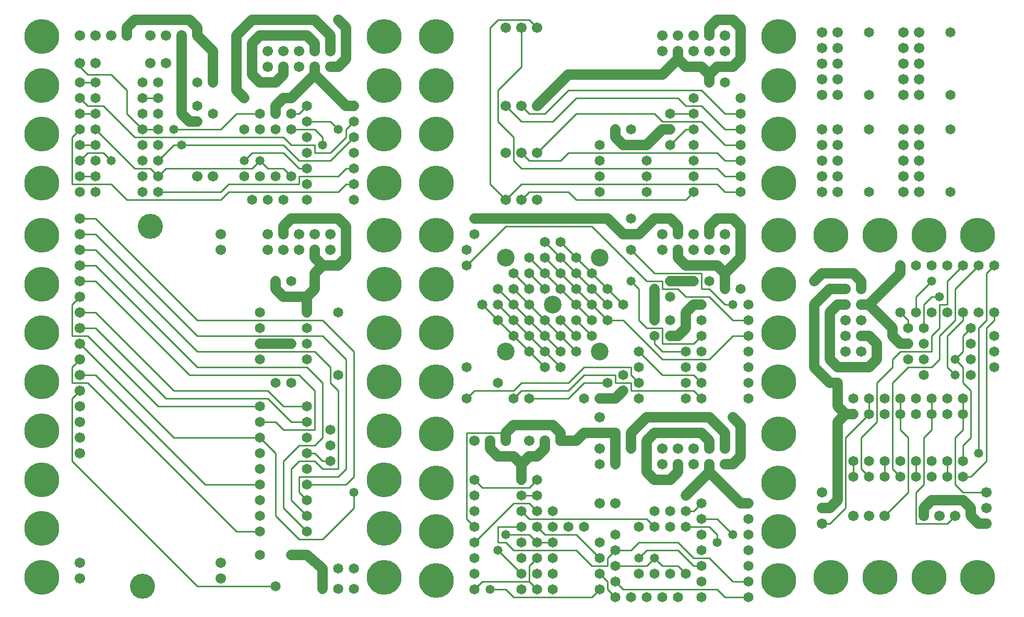
<source format=gtl>
%MOIN*%
%FSLAX25Y25*%
G04 D10 used for Character Trace; *
G04     Circle (OD=.01000) (No hole)*
G04 D11 used for Power Trace; *
G04     Circle (OD=.06500) (No hole)*
G04 D12 used for Signal Trace; *
G04     Circle (OD=.01100) (No hole)*
G04 D13 used for Via; *
G04     Circle (OD=.05800) (Round. Hole ID=.02800)*
G04 D14 used for Component hole; *
G04     Circle (OD=.06500) (Round. Hole ID=.03500)*
G04 D15 used for Component hole; *
G04     Circle (OD=.06700) (Round. Hole ID=.04300)*
G04 D16 used for Component hole; *
G04     Circle (OD=.08100) (Round. Hole ID=.05100)*
G04 D17 used for Component hole; *
G04     Circle (OD=.08900) (Round. Hole ID=.05900)*
G04 D18 used for Component hole; *
G04     Circle (OD=.11300) (Round. Hole ID=.08300)*
G04 D19 used for Component hole; *
G04     Circle (OD=.16000) (Round. Hole ID=.13000)*
G04 D20 used for Component hole; *
G04     Circle (OD=.18300) (Round. Hole ID=.15300)*
G04 D21 used for Component hole; *
G04     Circle (OD=.22291) (Round. Hole ID=.19291)*
%ADD10C,.01000*%
%ADD11C,.06500*%
%ADD12C,.01100*%
%ADD13C,.05800*%
%ADD14C,.06500*%
%ADD15C,.06700*%
%ADD16C,.08100*%
%ADD17C,.08900*%
%ADD18C,.11300*%
%ADD19C,.16000*%
%ADD20C,.18300*%
%ADD21C,.22291*%
%IPPOS*%
%LPD*%
G90*X0Y2000D02*D21*X15625Y17625D03*D15*           
X40000Y17000D03*Y27000D03*D21*X15625Y48875D03*    
Y80125D03*D19*X80000Y12000D03*D12*                
X35000Y132000D02*Y92000D01*Y132000D02*            
X40000Y137000D01*D15*D03*D12*X35000Y142000D02*    
X45000D01*X35000Y152000D02*Y142000D01*Y152000D02* 
X40000Y157000D01*D15*D03*D12*Y147000D02*X50000D01*
D15*X40000D03*D12*X45000Y142000D02*               
X140000Y47000D01*X155000D01*D14*D03*D12*          
X165000Y97000D02*Y57000D01*X155000Y107000D02*     
X165000Y97000D01*D14*X155000Y107000D03*D12*       
X100000D01*X40000Y167000D01*D15*D03*D12*          
X35000Y172000D02*X45000D01*X35000Y192000D02*      
Y172000D01*Y192000D02*X40000Y197000D01*D15*D03*   
D12*Y187000D02*X50000D01*D15*X40000D03*D12*       
Y177000D02*X50000D01*D15*X40000D03*D12*           
X45000Y172000D02*X90000Y127000D01*X155000D01*D14* 
D03*D12*X95000Y132000D02*X160000D01*              
X50000Y177000D02*X95000Y132000D01*                
X50000Y187000D02*X100000Y137000D01*X160000D01*    
X170000Y127000D01*X185000D01*D14*D03*D12*         
X160000Y132000D02*X175000Y117000D01*D14*          
X165000Y142000D03*D12*X175000Y117000D02*          
X185000D01*D14*D03*D12*X170000Y112000D02*         
X190000D01*X165000Y117000D02*X170000Y112000D01*   
X155000Y117000D02*X165000D01*D14*X155000D03*      
Y97000D03*D12*X175000Y87000D02*X180000Y92000D01*  
X175000Y87000D02*Y67000D01*X185000Y57000D01*D14*  
D03*Y67000D03*D12*X180000Y72000D01*Y82000D01*     
X205000D01*X210000Y87000D01*Y157000D01*           
X195000Y172000D01*X115000D01*X50000Y237000D01*    
X40000D01*D15*D03*D12*Y227000D02*X50000D01*D15*   
X40000D03*D12*Y217000D02*X50000D01*D15*X40000D03* 
D12*Y207000D02*X50000D01*D15*X40000D03*D12*       
X50000Y217000D02*X115000Y152000D01*X185000D01*    
X195000Y142000D01*Y107000D01*X190000Y102000D01*   
X180000D01*X170000Y92000D01*Y62000D01*            
X185000Y47000D01*D14*D03*D12*X165000Y57000D02*    
X180000Y42000D01*D14*X155000Y67000D03*Y57000D03*  
D12*X180000Y42000D02*X195000D01*X215000Y62000D01* 
Y72000D01*D13*D03*D12*X185000Y77000D02*X210000D01*
D14*X185000D03*D12*X190000Y92000D02*              
X195000Y87000D01*X180000Y92000D02*X190000D01*D14* 
X185000Y87000D03*Y97000D03*D12*X190000D01*        
X195000Y92000D01*X200000D01*D14*D03*D12*          
X195000Y87000D02*X205000D01*Y137000D01*           
X200000Y142000D01*Y152000D01*X190000Y162000D01*   
X115000D01*X50000Y227000D01*X40000Y247000D02*     
X50000D01*D15*X40000D03*D12*X50000D02*            
X115000Y182000D01*X195000D01*X215000Y162000D01*   
Y82000D01*X210000Y77000D01*D21*X234375Y80125D03*  
D14*X200000Y102000D03*X185000Y107000D03*D21*      
X234375Y48875D03*Y111375D03*D14*X200000Y112000D03*
D12*X190000Y137000D02*Y112000D01*                 
X180000Y147000D02*X190000Y137000D01*              
X110000Y147000D02*X180000D01*X50000Y207000D02*    
X110000Y147000D01*D19*X85000Y242000D03*D21*       
X15625Y173875D03*Y236375D03*Y205125D03*D12*       
X50000Y147000D02*X120000Y77000D01*X155000D01*D14* 
D03*Y87000D03*Y32000D03*X175000D03*D11*X185000D01*
X195000Y23500D01*D14*D03*D11*Y10500D01*D14*D03*   
X205000Y23500D03*Y10500D03*X215000D03*Y23500D03*  
X165000Y12000D03*D12*X115000D01*X35000Y92000D01*  
D15*X40000Y97000D03*Y107000D03*D21*               
X15625Y111375D03*D15*X40000Y117000D03*Y127000D03* 
D21*X15625Y142625D03*D15*X130000Y17000D03*        
Y27000D03*D14*X155000Y157000D03*Y167000D03*D11*   
X175000D01*D13*D03*D14*X185000Y157000D03*         
Y177000D03*Y167000D03*X155000Y187000D03*          
X185000D03*D11*Y197000D01*X170000D01*             
X165000Y202000D01*Y207000D01*D14*D03*X175000D03*  
D15*X180000Y227000D03*D11*X185000Y197000D02*      
X190000Y202000D01*Y212000D01*X195000Y217000D01*   
X190000Y222000D01*Y227000D01*D15*D03*             
X200000Y237000D03*X180000D03*X200000Y227000D03*   
X190000Y237000D03*D11*X195000Y217000D02*          
X205000D01*X210000Y222000D01*Y242000D01*          
X205000Y247000D01*X175000D01*X170000Y242000D01*   
Y237000D01*D15*D03*X160000Y227000D03*Y237000D03*  
X170000Y227000D03*X130000Y237000D03*Y227000D03*   
D14*X205000Y187000D03*X155000Y177000D03*D21*      
X234375Y173875D03*Y205125D03*Y236375D03*D14*      
X205000Y147000D03*X175000Y142000D03*D21*          
X234375Y142625D03*Y17625D03*G90*X2000Y0D02*       
X267625Y15625D03*Y46875D03*Y78125D03*Y109375D03*  
D12*X287000Y110000D02*Y55000D01*Y110000D02*       
X312000D01*D11*Y105000D01*D15*D03*D11*Y110000D02* 
X317000Y115000D01*X342000D01*X347000Y110000D01*   
Y105000D01*D15*D03*D11*X357000D01*                
X362000Y110000D01*X382000D01*D15*D03*D11*         
Y90000D01*D14*D03*D13*X392000Y100000D03*D11*      
Y110000D01*X402000Y120000D01*X442000D01*          
X452000Y110000D01*Y100000D01*D15*D03*             
X442000Y90000D03*D11*Y85000D01*X427000Y70000D01*  
D14*D03*D11*X407000Y80000D02*X417000D01*          
X402000Y85000D02*X407000Y80000D01*                
X402000Y105000D02*Y85000D01*Y105000D02*           
X407000Y110000D01*X437000D01*X442000Y105000D01*   
Y100000D01*D15*D03*X452000Y90000D03*D11*          
X457000D01*X462000Y95000D01*Y115000D01*           
X457000Y120000D01*D13*D03*D15*X432000Y100000D03*  
Y90000D03*D21*X486375Y109375D03*D11*              
X417000Y80000D02*X422000Y85000D01*Y90000D01*D15*  
D03*X412000Y100000D03*X422000D03*X412000Y90000D03*
D11*X442000Y85000D02*X462000Y65000D01*X467000D01* 
D14*D03*Y55000D03*D21*X486375Y46875D03*D12*       
X442000Y50000D02*X447000Y45000D01*                
X427000Y50000D02*X442000D01*D14*X427000D03*       
X417000Y60000D03*X437000Y45000D03*D12*            
X427000Y60000D02*X432000D01*D14*X427000D03*D12*   
X432000D02*X437000Y65000D01*D14*D03*D12*Y55000D02*
X447000D01*D14*X437000D03*D12*X447000Y45000D02*   
Y40000D01*D13*D03*D12*X432000Y30000D02*X442000D01*
X422000Y40000D02*X432000Y30000D01*                
X397000Y40000D02*X422000D01*X392000Y35000D02*     
X397000Y40000D01*X382000Y35000D02*X392000D01*D14* 
X382000D03*D12*X377000Y30000D01*Y25000D01*        
X367000D01*X357000Y35000D01*X317000D01*           
X312000Y40000D01*X307000D01*Y50000D01*X322000D01* 
D14*D03*D12*X312000Y45000D02*X327000D01*D13*      
X312000D03*D14*X322000Y40000D03*D13*              
X307000Y35000D03*D12*X322000Y20000D01*D14*D03*D12*
X297000Y15000D02*X327000D01*X292000Y10000D02*     
X297000Y15000D01*D14*X292000Y10000D03*D13*        
X302000D03*D12*X312000D01*X317000Y5000D01*        
X367000D01*X372000Y10000D01*D14*D03*D12*Y20000D02*
X377000Y15000D01*D14*X372000Y20000D03*D12*        
X377000Y15000D02*Y10000D01*X382000Y5000D01*D14*   
D03*D12*Y15000D02*X387000Y10000D01*D14*           
X382000Y15000D03*D12*X387000Y10000D02*X447000D01* 
X452000Y5000D01*X467000D01*D14*D03*D12*           
X442000Y30000D02*X457000Y15000D01*D14*            
X437000Y35000D03*Y25000D03*D12*X432000D01*        
X422000Y35000D01*X402000D01*X397000Y30000D01*D13* 
D03*D12*X382000Y25000D02*X402000D01*D14*          
X382000D03*X372000Y30000D03*D12*X357000Y45000D01* 
X337000D01*X332000Y50000D01*D14*D03*D12*          
X322000Y60000D02*X327000Y55000D01*D14*            
X322000Y60000D03*D12*X327000Y55000D02*X402000D01* 
X407000Y50000D01*D14*D03*X417000D03*              
X407000Y60000D03*X397000Y50000D03*D13*            
X407000Y30000D03*D12*X402000Y25000D01*D14*        
X407000Y20000D03*D12*Y30000D02*X412000Y25000D01*  
X422000D01*X427000Y20000D01*D14*D03*              
X437000Y15000D03*X417000Y20000D03*X412000Y5000D03*
X422000D03*X437000D03*X402000D03*D12*             
X457000Y15000D02*X467000D01*D14*D03*Y25000D03*D21*
X486375Y15625D03*D14*X467000Y35000D03*Y45000D03*  
D13*X457000D03*D12*X447000Y55000D01*D21*          
X486375Y78125D03*D14*X397000Y20000D03*            
X392000Y5000D03*D15*X382000Y65000D03*D14*         
Y45000D03*D15*X372000Y120000D03*Y100000D03*D14*   
Y90000D03*D15*Y65000D03*D14*Y40000D03*            
X362000Y50000D03*X352000D03*X342000Y60000D03*     
Y50000D03*Y40000D03*D12*X332000D01*D14*D03*D12*   
X327000Y45000D01*D14*X342000Y30000D03*            
X332000Y60000D03*D12*X327000Y65000D01*X317000D01* 
X292000Y40000D01*D14*D03*Y50000D03*D12*           
X287000Y55000D01*D14*X292000Y60000D03*Y70000D03*  
D12*Y80000D02*X297000Y75000D01*D14*               
X292000Y80000D03*D12*X297000Y75000D02*X327000D01* 
X332000Y80000D01*D14*D03*D11*X317000Y95000D02*    
X322000Y90000D01*X307000Y95000D02*X317000D01*     
X302000Y100000D02*X307000Y95000D01*               
X302000Y105000D02*Y100000D01*D15*Y105000D03*      
X292000D03*D11*X322000Y90000D02*Y80000D01*D14*D03*
X332000Y70000D03*D12*X322000D01*D14*D03*D11*      
Y90000D02*X327000Y95000D01*X332000D01*            
X337000Y100000D01*Y105000D01*D15*D03*X327000D03*  
D14*X292000Y30000D03*X322000D03*X332000D03*D12*   
X327000Y25000D01*Y15000D01*X332000Y10000D01*D14*  
D03*X342000Y20000D03*Y10000D03*X332000Y20000D03*  
X322000Y10000D03*X292000Y20000D03*G90*X0Y4000D02* 
X215000Y259000D03*X185000D03*X170000D03*          
X160000D03*X150000D03*D12*X70000D02*X130000D01*   
X60000Y269000D02*X70000Y259000D01*                
X35000Y269000D02*X60000D01*X35000Y299000D02*      
Y269000D01*Y299000D02*X40000Y304000D01*D14*D03*   
X50000Y294000D03*D12*X40000D01*D14*D03*D12*       
Y284000D02*X45000Y289000D01*D14*X40000Y284000D03* 
D12*X45000Y289000D02*X55000D01*X60000Y284000D01*  
D13*D03*D14*X50000Y274000D03*D12*X40000D01*D14*   
D03*X50000Y264000D03*Y284000D03*X40000Y264000D03* 
D21*X15625Y300875D03*Y269625D03*D14*              
X50000Y304000D03*D12*X75000Y279000D01*X85000D01*  
X90000Y274000D01*D14*D03*D12*X95000Y279000D01*    
X150000D01*X155000Y284000D01*D13*D03*D12*         
X160000Y279000D01*X170000D01*X175000Y274000D01*   
D14*D03*D12*X135000Y269000D02*X180000D01*         
X130000Y264000D02*X135000Y269000D01*              
X90000Y264000D02*X130000D01*D14*X90000D03*        
X80000Y274000D03*Y264000D03*X90000Y284000D03*D12* 
X100000Y294000D01*X105000D01*D13*D03*D12*         
X170000D01*X180000Y284000D01*X200000D01*          
X215000Y299000D01*D14*D03*D12*X210000Y304000D02*  
Y299000D01*X200000Y289000D01*X190000D01*          
Y294000D01*X175000D01*X170000Y299000D01*X75000D01*
X55000Y319000D01*X45000D01*X40000Y324000D01*D14*  
D03*X50000Y314000D03*D12*X40000D01*D14*D03*       
X50000Y324000D03*Y334000D03*D12*X40000D01*D14*D03*
D12*Y344000D02*X45000Y339000D01*X40000Y346500D02* 
Y344000D01*D15*Y346500D03*X50000D03*D12*          
X45000Y339000D02*X60000D01*X70000Y329000D01*      
Y314000D01*X80000Y304000D01*D14*D03*D12*X90000D01*
D14*D03*X80000Y314000D03*Y294000D03*D13*          
X100000Y304000D03*D12*X130000D01*                 
X140000Y314000D01*X155000D01*D14*D03*             
X165000Y304000D03*D13*X145000Y324000D03*D11*      
X140000Y329000D01*Y364000D01*D13*D03*D11*         
X150000Y374000D01*X190000D01*X200000Y364000D01*   
Y354000D01*D15*D03*X190000Y344000D03*D11*         
Y339000D01*X175000Y324000D01*D14*D03*D11*         
X170000D01*X165000Y319000D01*Y314000D01*D14*D03*  
X175000Y304000D03*D12*X190000D01*                 
X195000Y299000D01*Y294000D01*D13*D03*             
X205000Y304000D03*D12*X200000Y309000D01*          
X185000D01*D14*D03*D12*X175000Y314000D02*         
X180000D01*D14*X175000D03*D12*X180000D02*         
X185000Y319000D01*D14*D03*D11*X155000Y334000D02*  
X165000D01*X150000Y339000D02*X155000Y334000D01*   
X150000Y359000D02*Y339000D01*Y359000D02*          
X155000Y364000D01*X185000D01*X190000Y359000D01*   
Y354000D01*D15*D03*X200000Y344000D03*D11*         
X205000D01*X210000Y349000D01*Y369000D01*          
X205000Y374000D01*D13*D03*D15*X180000Y354000D03*  
Y344000D03*D21*X234375Y363375D03*D11*             
X165000Y334000D02*X170000Y339000D01*Y344000D01*   
D15*D03*X160000Y354000D03*X170000D03*             
X160000Y344000D03*D11*X190000Y339000D02*          
X210000Y319000D01*X215000D01*D14*D03*Y309000D03*  
D12*X210000Y304000D01*D14*X215000Y289000D03*      
X185000Y279000D03*D12*X180000D01*                 
X170000Y289000D01*X150000D01*X145000Y284000D01*   
D13*D03*D14*X155000Y274000D03*X145000D03*         
X165000D03*X155000Y304000D03*D12*                 
X130000Y259000D02*X135000Y264000D01*X205000D01*   
X210000Y269000D01*X215000D01*D14*D03*D12*         
X180000Y274000D02*X205000D01*X180000D02*          
Y269000D01*D14*X185000D03*Y289000D03*D12*         
X205000Y274000D02*X210000Y279000D01*X215000D01*   
D14*D03*D21*X234375Y300875D03*Y269625D03*D14*     
X185000Y299000D03*D21*X234375Y332125D03*D14*      
X145000Y304000D03*D11*X115000Y364000D02*          
X125000Y354000D01*D15*X115000Y364000D03*D11*      
Y369000D01*X110000Y374000D01*X75000D01*           
X70000Y369000D01*Y364000D01*D15*D03*X60000D03*    
X85000Y346500D03*Y364000D03*X50000D03*            
X95000Y346500D03*Y364000D03*X40000D03*D14*        
X80000Y334000D03*X90000D03*D15*X105000Y364000D03* 
D11*Y314000D01*X110000Y309000D01*X115000D01*D14*  
D03*Y319000D03*X125000Y314000D03*X90000Y324000D03*
D12*X80000D01*D14*D03*X90000Y314000D03*Y294000D03*
X115000Y334000D03*X80000Y284000D03*               
X125000Y334000D03*D11*Y354000D01*D15*             
X115000Y274000D03*X125000D03*D21*X15625Y363375D03*
Y332125D03*G90*X2000Y2000D02*X267625Y142625D03*   
Y173875D03*Y205125D03*Y236375D03*D14*             
X287000Y132000D03*D12*X292000Y137000D01*          
X317000D01*X322000Y142000D01*X352000D01*          
X362000Y152000D01*X392000D01*Y147000D01*          
X397000Y142000D01*D14*D03*D12*X392000D02*         
Y137000D01*X382000Y142000D02*X392000D01*          
X382000Y147000D02*Y142000D01*X362000Y147000D02*   
X382000D01*X352000Y137000D02*X362000Y147000D01*   
X322000Y137000D02*X352000D01*X317000Y132000D02*   
X322000Y137000D01*D14*X317000Y132000D03*          
X307000Y142000D03*X327000Y132000D03*D12*          
X352000D01*X362000Y142000D01*X377000D01*D14*D03*  
X387000Y137000D03*D11*X382000Y132000D01*          
X372000D01*D14*D03*X362000D03*X387000Y147000D03*  
D12*X392000Y137000D02*X432000D01*                 
X437000Y132000D01*D14*D03*X427000Y142000D03*      
X437000D03*D12*X432000Y147000D01*X412000D01*      
X397000Y162000D01*D14*D03*X407000Y172000D03*D12*  
Y167000D01*X412000Y162000D01*X427000D01*D14*D03*  
D12*X412000Y167000D02*X432000D01*                 
X412000Y177000D02*Y167000D01*X402000Y177000D02*   
X412000D01*X397000Y182000D02*X402000Y177000D01*   
X397000Y202000D02*Y182000D01*X392000Y207000D02*   
X397000Y202000D01*D13*X392000Y207000D03*D12*      
X367000Y242000D02*X402000Y207000D01*              
X312000Y242000D02*X367000D01*X287000Y217000D02*   
X312000Y242000D01*D14*X287000Y217000D03*          
Y227000D03*X307000Y202000D03*D12*                 
X317000Y192000D01*D14*D03*D12*X327000Y182000D01*  
D14*D03*D12*X337000Y172000D01*D14*D03*D12*        
X347000Y162000D01*D14*D03*X357000Y172000D03*D12*  
X347000Y182000D01*D14*D03*X357000Y192000D03*D12*  
X347000Y202000D01*D14*D03*D12*X337000Y212000D01*  
D14*D03*D12*X327000Y222000D01*D14*D03*            
X337000Y232000D03*D12*X347000Y222000D01*D14*D03*  
D12*X357000Y212000D01*D14*D03*D12*                
X367000Y202000D01*D14*D03*D12*X377000Y192000D01*  
D14*D03*D12*Y182000D02*X387000D01*D14*X377000D03* 
D12*X367000Y192000D01*D14*D03*D12*                
X357000Y202000D01*D14*D03*D12*X347000Y212000D01*  
D14*D03*D12*X337000Y222000D01*D14*D03*            
X347000Y232000D03*D12*X357000Y222000D01*D14*D03*  
D12*X367000Y212000D01*D14*D03*D12*                
X377000Y202000D01*D14*D03*D12*X387000Y192000D01*  
D14*D03*D12*Y182000D02*X412000Y157000D01*         
X442000D01*X457000Y172000D01*X467000D01*D14*D03*  
D12*X442000Y197000D02*X457000Y182000D01*          
X427000Y197000D02*X442000D01*X422000Y202000D02*   
X427000Y197000D01*X412000Y202000D02*X422000D01*   
X412000Y207000D02*Y202000D01*X402000Y207000D02*   
X412000D01*D14*X407000Y202000D03*D11*Y182000D01*  
D14*D03*X417000Y172000D03*D11*X422000D01*         
X427000Y177000D01*Y187000D01*X432000Y192000D01*   
X437000D01*D14*D03*D12*Y202000D02*X442000D01*     
X437000Y212000D02*Y202000D01*X407000Y212000D02*   
X437000D01*X392000Y227000D02*X407000Y212000D01*   
D14*X392000Y227000D03*D11*Y237000D02*X397000D01*  
D14*X392000D03*D11*X387000D01*X377000Y247000D01*  
X337000D01*D13*D03*D11*X292000D01*D14*D03*        
Y237000D03*D18*X312000Y222000D03*D14*             
X327000Y212000D03*D12*X337000Y202000D01*D14*D03*  
X327000Y192000D03*D12*X317000Y202000D01*D14*D03*  
D12*X327000Y192000D02*X337000Y182000D01*D14*D03*  
D12*X347000Y172000D01*D14*D03*D12*                
X357000Y162000D01*D14*D03*X367000Y172000D03*D12*  
X357000Y182000D01*D14*D03*X367000D03*D12*         
X357000Y192000D01*D18*X342000D03*D14*             
X327000Y162000D03*D12*X317000Y172000D01*D14*D03*  
D12*X307000Y182000D01*D14*D03*D12*                
X297000Y192000D01*D14*D03*X307000D03*D12*         
X317000Y182000D01*D14*D03*D12*X327000Y172000D01*  
D14*D03*D12*X337000Y162000D01*D14*D03*D12*        
X347000Y152000D01*D14*D03*X337000D03*D12*         
X327000Y162000D01*D18*X312000D03*D14*             
X327000Y202000D03*D12*X317000Y212000D01*D14*D03*  
D18*X372000Y162000D03*Y222000D03*D14*             
X287000Y152000D03*X392000Y247000D03*              
X397000Y132000D03*Y152000D03*D11*Y237000D02*      
X407000Y247000D01*X417000D01*X422000Y242000D01*   
Y237000D01*D15*D03*X432000Y227000D03*X412000D03*  
X432000Y237000D03*X412000D03*X422000Y227000D03*   
D11*Y222000D01*X427000Y217000D01*X447000D01*      
X452000Y212000D01*Y202000D01*D14*D03*             
X442000Y207000D03*X462000Y202000D03*D11*          
X452000Y212000D02*X462000Y222000D01*Y242000D01*   
X457000Y247000D01*X447000D01*X442000Y242000D01*   
Y237000D01*D15*D03*X452000Y227000D03*Y237000D03*  
X442000Y227000D03*D14*X417000Y207000D03*D11*      
X432000D01*D14*D03*D12*X442000Y202000D02*         
X452000Y192000D01*X457000D01*D13*D03*D14*         
X467000Y182000D03*D12*X457000D01*D14*             
X467000Y192000D03*X437000Y162000D03*Y182000D03*   
Y172000D03*D12*X432000Y167000D01*D14*             
X417000Y182000D03*X427000Y152000D03*X437000D03*   
X417000Y197000D03*X467000Y132000D03*Y142000D03*   
Y152000D03*Y162000D03*X427000Y132000D03*D21*      
X486375Y142625D03*Y173875D03*Y205125D03*          
Y236375D03*G90*X2000Y4000D02*X267625Y269625D03*   
Y300875D03*D12*X302000Y369000D02*Y269000D01*      
Y369000D02*X307000Y374000D01*X327000D01*          
X332000Y369000D01*D15*D03*X322000D03*D12*         
Y344000D01*X307000Y329000D01*Y309000D01*          
X317000Y299000D01*Y284000D01*X322000Y279000D01*   
X447000D01*X452000Y274000D01*X462000D01*D14*D03*  
D12*X447000Y289000D02*X452000Y284000D01*          
X352000Y289000D02*X447000D01*X347000Y284000D02*   
X352000Y289000D01*X327000Y284000D02*X347000D01*   
X322000Y289000D02*X327000Y284000D01*D15*          
X322000Y289000D03*X332000D03*D12*                 
X357000Y314000D01*X407000D01*X412000Y309000D01*   
X437000D01*X452000Y294000D01*X462000D01*D14*D03*  
D12*X437000Y319000D02*X452000Y304000D01*          
X427000Y319000D02*X437000D01*X422000Y324000D02*   
X427000Y319000D01*X357000Y324000D02*X422000D01*   
X342000Y309000D02*X357000Y324000D01*              
X322000Y309000D02*X342000D01*X312000Y319000D02*   
X322000Y309000D01*D15*X312000Y319000D03*          
X322000D03*D12*X327000Y314000D01*X337000D01*      
X352000Y329000D01*X437000D01*X452000Y314000D01*   
X462000D01*D14*D03*D12*X452000Y304000D02*         
X462000D01*D14*D03*D12*X452000Y284000D02*         
X462000D01*D14*D03*D12*X322000Y269000D02*         
X447000D01*X312000Y259000D02*X322000Y269000D01*   
D15*X312000Y259000D03*D12*X302000Y269000D01*D15*  
X322000Y259000D03*D12*X327000Y264000D01*          
X352000D01*X357000Y259000D01*X427000D01*          
X432000Y264000D01*D14*D03*Y274000D03*D12*         
X447000Y269000D02*X452000Y264000D01*X462000D01*   
D14*D03*D21*X486375Y269625D03*D14*                
X432000Y294000D03*Y284000D03*D21*                 
X486375Y300875D03*D14*X432000Y304000D03*D12*      
X427000D01*X417000Y294000D01*D14*D03*Y304000D03*  
D11*X412000D01*X402000Y294000D01*D14*D03*D11*     
X387000D01*X382000Y299000D01*Y304000D01*D14*D03*  
X372000Y294000D03*X392000Y304000D03*              
X402000Y284000D03*X372000D03*Y274000D03*          
X402000D03*D11*X352000Y339000D02*X412000D01*      
X332000Y319000D02*X352000Y339000D01*D15*          
X332000Y319000D03*X312000Y289000D03*Y369000D03*   
D14*X372000Y264000D03*D15*X332000Y259000D03*D21*  
X267625Y363375D03*Y332125D03*D14*                 
X402000Y264000D03*D11*X412000Y339000D02*          
X422000Y349000D01*Y354000D01*D15*D03*D11*         
Y349000D02*X427000Y344000D01*X437000D01*          
X442000Y339000D01*Y334000D01*D14*D03*D11*         
Y339000D02*X447000Y344000D01*X457000D01*          
X462000Y349000D01*Y369000D01*X457000Y374000D01*   
X447000D01*X442000Y369000D01*Y364000D01*D15*D03*  
X452000Y354000D03*X432000D03*X452000Y364000D03*   
X432000D03*X442000Y354000D03*X422000Y364000D03*   
X412000D03*Y354000D03*D14*X452000Y334000D03*      
X432000Y324000D03*X462000D03*D21*                 
X486375Y332125D03*Y363375D03*D14*                 
X417000Y314000D03*D12*X432000D01*D14*D03*G90*     
X4000Y2000D02*D11*X519000Y142000D02*              
X509000Y152000D01*X519000Y142000D02*X524000D01*   
D13*D03*D11*Y127000D01*X529000Y122000D01*         
X524000Y117000D01*Y67000D01*X519000Y62000D01*     
X514000D01*D15*D03*Y72000D03*Y52000D03*D12*       
X519000D01*X529000Y62000D01*Y107000D01*           
X544000Y122000D01*D14*D03*D12*Y132000D01*D14*D03* 
X554000Y122000D03*X534000D03*D11*X529000D01*D14*  
X534000Y132000D03*D12*X539000Y87000D02*Y107000D01*
X544000Y82000D02*X539000Y87000D01*D14*            
X544000Y82000D03*X554000Y92000D03*D12*Y82000D01*  
D14*D03*D12*X564000D02*X559000Y87000D01*D14*      
X564000Y82000D03*D12*X559000Y87000D02*Y142000D01* 
X569000Y152000D01*X584000D01*X589000Y157000D01*   
Y172000D01*X599000Y182000D01*Y202000D01*          
X614000Y217000D01*D14*D03*D12*X619000Y182000D02*  
Y212000D01*X614000Y177000D02*X619000Y182000D01*   
X614000Y97000D02*Y177000D01*D13*Y97000D03*D12*    
X609000Y82000D02*X619000Y92000D01*                
X604000Y82000D02*X609000D01*D14*X604000D03*D12*   
Y72000D02*X599000Y77000D01*X604000Y72000D02*      
X619000D01*D15*D03*D11*X609000Y57000D02*Y62000D01*
X614000Y52000D02*X609000Y57000D01*                
X614000Y52000D02*X619000D01*D15*D03*D11*          
X609000Y62000D02*X604000Y67000D01*X584000D01*     
X579000Y62000D01*Y57000D01*D15*D03*D12*           
X574000Y52000D02*X594000D01*X599000Y57000D01*D15* 
D03*X589000D03*D12*X574000Y72000D02*              
X579000Y77000D01*X574000Y52000D02*Y72000D01*D15*  
X554000Y57000D03*D12*X569000Y72000D01*Y107000D01* 
X564000Y112000D01*Y122000D01*D14*D03*D12*         
Y132000D01*D14*D03*X574000Y122000D03*Y132000D03*  
X554000D03*X579000Y147000D03*D12*                 
X539000Y107000D02*X549000Y117000D01*Y142000D01*   
X559000Y152000D01*Y157000D01*X564000Y162000D01*   
X584000D01*Y172000D01*X589000Y177000D01*          
Y192000D01*X594000D01*Y207000D01*                 
X604000Y217000D01*D14*D03*X594000D03*D12*         
X619000Y212000D02*X624000Y217000D01*D14*D03*D21*  
X613375Y236375D03*D14*X594000Y187000D03*          
X604000D03*D12*Y182000D01*X594000Y172000D01*      
Y152000D01*X599000Y147000D01*D13*D03*D12*         
X609000Y137000D02*X604000Y142000D01*              
X609000Y107000D02*Y137000D01*X604000Y102000D02*   
X609000Y107000D01*X604000Y92000D02*Y102000D01*D14*
Y92000D03*X594000Y82000D03*D12*Y92000D01*D14*D03* 
X584000Y82000D03*Y92000D03*D12*X579000Y77000D02*  
Y107000D01*D14*X574000Y82000D03*D12*Y92000D01*D14*
D03*X564000D03*D12*X579000Y107000D02*             
X584000Y112000D01*Y122000D01*D14*D03*D12*         
Y132000D01*D14*D03*X594000Y122000D03*Y132000D03*  
D12*X599000Y107000D02*X604000Y112000D01*          
X599000Y77000D02*Y107000D01*D15*X619000Y62000D03* 
D12*Y92000D02*Y177000D01*X624000Y182000D01*       
Y187000D01*D14*D03*X614000D03*X624000Y172000D03*  
X609000Y177000D03*D12*X604000Y172000D01*          
Y162000D01*X599000Y157000D01*D13*D03*D12*         
X604000Y152000D01*Y142000D01*D14*                 
X609000Y147000D03*X604000Y132000D03*D12*          
Y122000D01*D14*D03*D12*Y112000D01*D14*            
X624000Y152000D03*X609000Y157000D03*X579000D03*   
X569000D03*X624000Y162000D03*D11*                 
X549000Y157000D02*Y167000D01*X544000Y152000D02*   
X549000Y157000D01*X524000Y152000D02*X544000D01*   
X524000D02*X519000Y157000D01*Y187000D01*          
X524000Y192000D01*X529000D01*D15*D03*             
X539000Y182000D03*Y202000D03*D11*Y207000D01*      
X534000Y212000D01*X514000D01*X509000Y207000D01*   
D13*D03*D11*Y192000D02*X519000Y202000D01*         
X509000Y152000D02*Y192000D01*D15*                 
X529000Y172000D03*Y162000D03*Y182000D03*          
X539000Y162000D03*Y172000D03*D11*X544000D01*      
X549000Y167000D01*D14*X559000Y177000D03*D11*      
Y172000D01*X564000Y167000D01*X569000D01*D14*D03*  
X579000Y177000D03*D12*Y192000D01*                 
X584000Y197000D01*X589000D01*D13*D03*D14*         
X584000Y187000D03*D13*Y207000D03*D12*             
X574000Y197000D01*Y187000D01*D14*D03*D12*         
X569000Y177000D02*Y182000D01*D14*Y177000D03*D12*  
Y182000D02*X564000Y187000D01*D14*D03*D11*         
X559000Y177000D02*X544000Y192000D01*X539000D01*   
D15*D03*D11*X544000D02*X564000Y212000D01*         
Y217000D01*D14*D03*X574000D03*D21*                
X582125Y236375D03*D14*X584000Y217000D03*D21*      
X550875Y236375D03*D15*X529000Y202000D03*D11*      
X519000D01*D21*X519625Y236375D03*D14*             
X579000Y167000D03*X609000D03*X534000Y92000D03*D12*
Y82000D01*D14*D03*X544000Y92000D03*D15*           
X534000Y57000D03*X544000D03*D21*X519625Y17625D03* 
X550875D03*X582125D03*X613375D03*G90*             
X4000Y4000D02*D15*X514000Y264000D03*Y274000D03*   
Y284000D03*Y294000D03*Y304000D03*                 
X524000Y264000D03*Y274000D03*Y284000D03*          
Y294000D03*Y304000D03*D14*X544000Y264000D03*      
Y304000D03*G90*X4000Y1000D02*D15*                 
X514000Y326000D03*Y336000D03*Y346000D03*          
Y356000D03*Y366000D03*X524000Y326000D03*          
Y336000D03*Y346000D03*Y356000D03*Y366000D03*D14*  
X544000Y326000D03*Y366000D03*G90*X1000Y4000D02*   
D15*X566000Y264000D03*Y274000D03*Y284000D03*      
Y294000D03*Y304000D03*X576000Y264000D03*          
Y274000D03*Y284000D03*Y294000D03*Y304000D03*D14*  
X596000Y264000D03*Y304000D03*G90*X1000Y1000D02*   
D15*X566000Y326000D03*Y336000D03*Y346000D03*      
Y356000D03*Y366000D03*X576000Y326000D03*          
Y336000D03*Y346000D03*Y356000D03*Y366000D03*D14*  
X596000Y326000D03*Y366000D03*M02*                 

</source>
